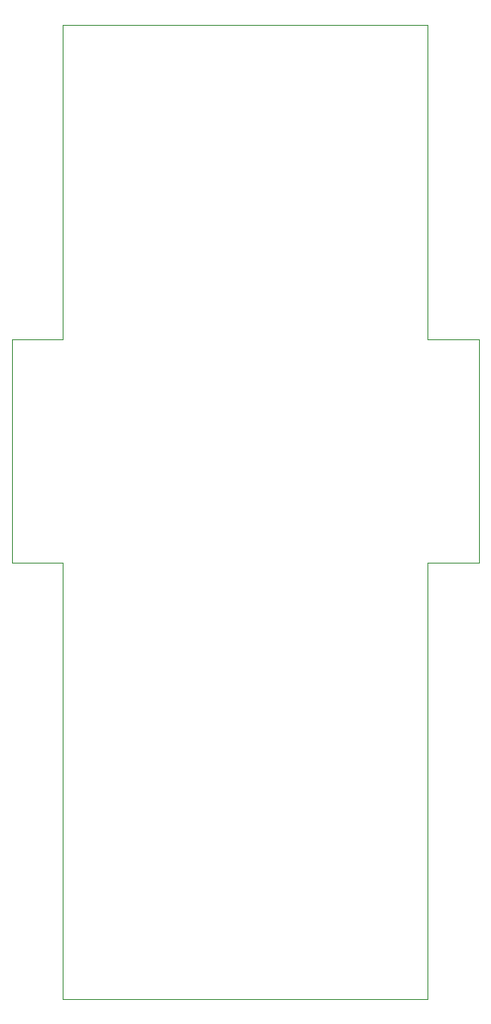
<source format=gbr>
%TF.GenerationSoftware,KiCad,Pcbnew,(6.0.1-0)*%
%TF.CreationDate,2024-02-14T14:00:18+01:00*%
%TF.ProjectId,dcload-control-board,64636c6f-6164-42d6-936f-6e74726f6c2d,rev?*%
%TF.SameCoordinates,Original*%
%TF.FileFunction,Profile,NP*%
%FSLAX46Y46*%
G04 Gerber Fmt 4.6, Leading zero omitted, Abs format (unit mm)*
G04 Created by KiCad (PCBNEW (6.0.1-0)) date 2024-02-14 14:00:18*
%MOMM*%
%LPD*%
G01*
G04 APERTURE LIST*
%TA.AperFunction,Profile*%
%ADD10C,0.100000*%
%TD*%
G04 APERTURE END LIST*
D10*
X168000000Y-150000000D02*
X168000000Y-107000000D01*
X173000000Y-107000000D02*
X173000000Y-85000000D01*
X132000000Y-107000000D02*
X127000000Y-107000000D01*
X127000000Y-85000000D02*
X132000000Y-85000000D01*
X127000000Y-107000000D02*
X127000000Y-85000000D01*
X168000000Y-85000000D02*
X173000000Y-85000000D01*
X168000000Y-107000000D02*
X173000000Y-107000000D01*
X132000000Y-150000000D02*
X168000000Y-150000000D01*
X132000000Y-54000000D02*
X168000000Y-54000000D01*
X132000000Y-150000000D02*
X132000000Y-107000000D01*
X168000000Y-54000000D02*
X168000000Y-85000000D01*
X132000000Y-85000000D02*
X132000000Y-54000000D01*
M02*

</source>
